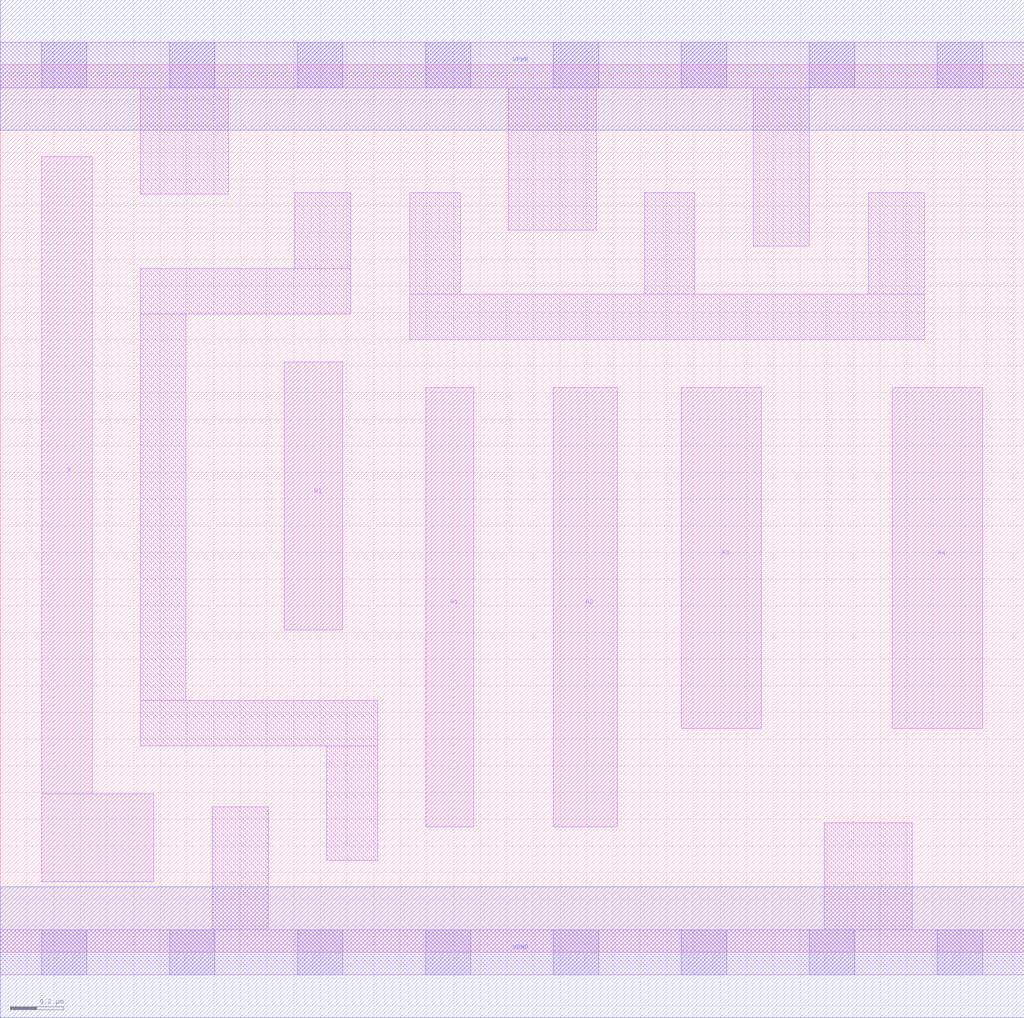
<source format=lef>
# Copyright 2020 The SkyWater PDK Authors
#
# Licensed under the Apache License, Version 2.0 (the "License");
# you may not use this file except in compliance with the License.
# You may obtain a copy of the License at
#
#     https://www.apache.org/licenses/LICENSE-2.0
#
# Unless required by applicable law or agreed to in writing, software
# distributed under the License is distributed on an "AS IS" BASIS,
# WITHOUT WARRANTIES OR CONDITIONS OF ANY KIND, either express or implied.
# See the License for the specific language governing permissions and
# limitations under the License.
#
# SPDX-License-Identifier: Apache-2.0

VERSION 5.7 ;
  NAMESCASESENSITIVE ON ;
  NOWIREEXTENSIONATPIN ON ;
  DIVIDERCHAR "/" ;
  BUSBITCHARS "[]" ;
UNITS
  DATABASE MICRONS 200 ;
END UNITS
MACRO sky130_fd_sc_lp__a41o_m
  CLASS CORE ;
  SOURCE USER ;
  FOREIGN sky130_fd_sc_lp__a41o_m ;
  ORIGIN  0.000000  0.000000 ;
  SIZE  3.840000 BY  3.330000 ;
  SYMMETRY X Y R90 ;
  SITE unit ;
  PIN A1
    ANTENNAGATEAREA  0.126000 ;
    DIRECTION INPUT ;
    USE SIGNAL ;
    PORT
      LAYER li1 ;
        RECT 1.595000 0.470000 1.775000 2.120000 ;
    END
  END A1
  PIN A2
    ANTENNAGATEAREA  0.126000 ;
    DIRECTION INPUT ;
    USE SIGNAL ;
    PORT
      LAYER li1 ;
        RECT 2.075000 0.470000 2.315000 2.120000 ;
    END
  END A2
  PIN A3
    ANTENNAGATEAREA  0.126000 ;
    DIRECTION INPUT ;
    USE SIGNAL ;
    PORT
      LAYER li1 ;
        RECT 2.555000 0.840000 2.855000 2.120000 ;
    END
  END A3
  PIN A4
    ANTENNAGATEAREA  0.126000 ;
    DIRECTION INPUT ;
    USE SIGNAL ;
    PORT
      LAYER li1 ;
        RECT 3.345000 0.840000 3.685000 2.120000 ;
    END
  END A4
  PIN B1
    ANTENNAGATEAREA  0.126000 ;
    DIRECTION INPUT ;
    USE SIGNAL ;
    PORT
      LAYER li1 ;
        RECT 1.065000 1.210000 1.285000 2.215000 ;
    END
  END B1
  PIN X
    ANTENNADIFFAREA  0.222600 ;
    DIRECTION OUTPUT ;
    USE SIGNAL ;
    PORT
      LAYER li1 ;
        RECT 0.155000 0.265000 0.575000 0.595000 ;
        RECT 0.155000 0.595000 0.345000 2.985000 ;
    END
  END X
  PIN VGND
    DIRECTION INOUT ;
    USE GROUND ;
    PORT
      LAYER met1 ;
        RECT 0.000000 -0.245000 3.840000 0.245000 ;
    END
  END VGND
  PIN VPWR
    DIRECTION INOUT ;
    USE POWER ;
    PORT
      LAYER met1 ;
        RECT 0.000000 3.085000 3.840000 3.575000 ;
    END
  END VPWR
  OBS
    LAYER li1 ;
      RECT 0.000000 -0.085000 3.840000 0.085000 ;
      RECT 0.000000  3.245000 3.840000 3.415000 ;
      RECT 0.525000  0.775000 1.415000 0.945000 ;
      RECT 0.525000  0.945000 0.695000 2.395000 ;
      RECT 0.525000  2.395000 1.315000 2.565000 ;
      RECT 0.525000  2.845000 0.855000 3.245000 ;
      RECT 0.795000  0.085000 1.005000 0.545000 ;
      RECT 1.105000  2.565000 1.315000 2.850000 ;
      RECT 1.225000  0.345000 1.415000 0.775000 ;
      RECT 1.535000  2.300000 3.465000 2.470000 ;
      RECT 1.535000  2.470000 1.725000 2.850000 ;
      RECT 1.905000  2.710000 2.235000 3.245000 ;
      RECT 2.415000  2.470000 2.605000 2.850000 ;
      RECT 2.825000  2.650000 3.035000 3.245000 ;
      RECT 3.090000  0.085000 3.420000 0.485000 ;
      RECT 3.255000  2.470000 3.465000 2.850000 ;
    LAYER mcon ;
      RECT 0.155000 -0.085000 0.325000 0.085000 ;
      RECT 0.155000  3.245000 0.325000 3.415000 ;
      RECT 0.635000 -0.085000 0.805000 0.085000 ;
      RECT 0.635000  3.245000 0.805000 3.415000 ;
      RECT 1.115000 -0.085000 1.285000 0.085000 ;
      RECT 1.115000  3.245000 1.285000 3.415000 ;
      RECT 1.595000 -0.085000 1.765000 0.085000 ;
      RECT 1.595000  3.245000 1.765000 3.415000 ;
      RECT 2.075000 -0.085000 2.245000 0.085000 ;
      RECT 2.075000  3.245000 2.245000 3.415000 ;
      RECT 2.555000 -0.085000 2.725000 0.085000 ;
      RECT 2.555000  3.245000 2.725000 3.415000 ;
      RECT 3.035000 -0.085000 3.205000 0.085000 ;
      RECT 3.035000  3.245000 3.205000 3.415000 ;
      RECT 3.515000 -0.085000 3.685000 0.085000 ;
      RECT 3.515000  3.245000 3.685000 3.415000 ;
  END
END sky130_fd_sc_lp__a41o_m

</source>
